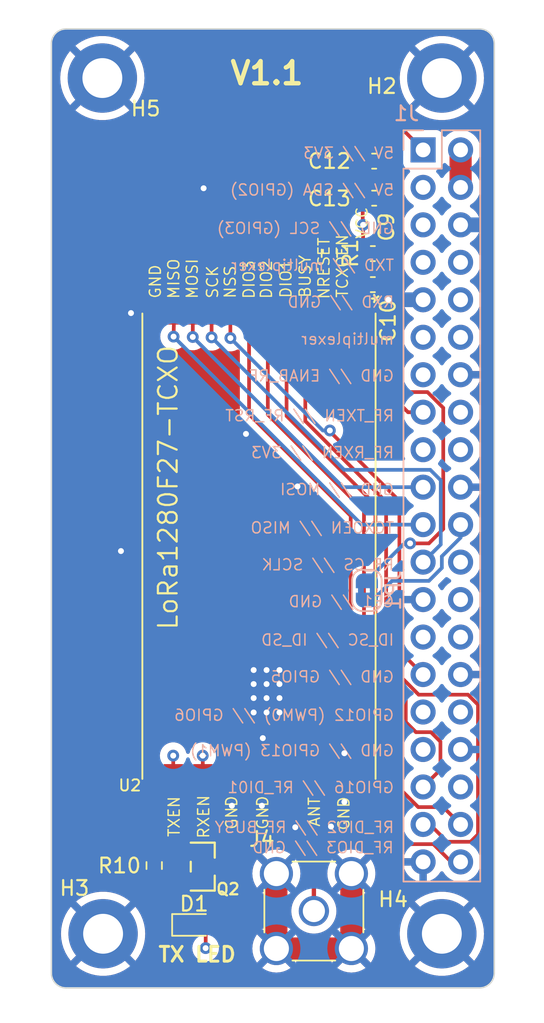
<source format=kicad_pcb>
(kicad_pcb (version 20221018) (generator pcbnew)
  (title_block (title "Raspberry Pi SX1280 Adapter") (date "2024-03-26") (rev "1.0") (company "K6TJ") (comment 1 "Pete Mahowald"))
  (layers (0 "F.Cu" signal) (1 "In1.Cu" signal) (2 "In2.Cu" signal) (31 "B.Cu" signal) (34 "B.Paste" user) (35 "F.Paste" user) (36 "B.SilkS" user "B.Silkscreen") (37 "F.SilkS" user "F.Silkscreen") (38 "B.Mask" user) (39 "F.Mask" user) (44 "Edge.Cuts" user))
  (net 0 "")
  (net 1 "GND")
  (net 2 "5V")
  (net 3 "+3V3")
  (net 7 "TX")
  (net 8 "RX")
  (net 11 "ENAB_RF")
  (net 12 "RF_RST")
  (net 13 "RF_TX_EN")
  (net 15 "RF_RX_EN")
  (net 16 "MOSI")
  (net 17 "MISO")
  (net 18 "TCXO_EN")
  (net 19 "SCLK")
  (net 20 "RF_CS")
  (net 28 "RF_IO1")
  (net 30 "RF_BUSY")
  (net 31 "RF_IO2")
  (net 32 "RF_IO3")
  (net 33 "Net-(J4-In)")
  (net 34 "Net-(D1-K)")
  (net 35 "Net-(Q2-D)")
  (net 36 "Net-(J1-Pin_22)")
  (footprint "mainboard:SOT-23" (layer "F.Cu") (at 135.301 104.95 -90)
    (fp_text reference "Q2" (at 1.975 -2.5865) (layer "F.SilkS") (effects (font (size 0.77216 0.77216) (thickness 0.154432)) (justify right bottom)))
    (fp_text value "IRLML2803" hide)
    (fp_line (start -1.6256 -0.8128) (end -1.6256 0.8128) (stroke (width 0.1524)) (layer "F.SilkS"))
    (fp_line (start -0.6096 -0.8128) (end -1.6256 -0.8128) (stroke (width 0.1524)) (layer "F.SilkS"))
    (fp_line (start -0.3302 0.8128) (end 0.3302 0.8128) (stroke (width 0.1524)) (layer "F.SilkS"))
    (fp_line (start 1.6256 -0.8128) (end 0.6096 -0.8128) (stroke (width 0.1524)) (layer "F.SilkS"))
    (fp_line (start 1.6256 0.8128) (end 1.6256 -0.8128) (stroke (width 0.1524)) (layer "F.SilkS"))
    (pad "1" smd rect (at -0.9525 1.0033 270) (size 0.5588 1.3208) (layers "F.Cu" "F.Paste" "F.Mask") (net 13 "RF_TX_EN"))
    (pad "2" smd rect (at 0.9525 1.0033 270) (size 0.5588 1.3208) (layers "F.Cu" "F.Paste" "F.Mask") (net 1 "GND"))
    (pad "3" smd rect (at 0 -0.8763 270) (size 0.5588 1.3208) (layers "F.Cu" "F.Paste" "F.Mask") (net 35 "Net-(Q2-D)"))
  )
  (footprint "MountingHole:MountingHole_2.7mm_M2.5_DIN965_Pad" (layer "F.Cu") (at 128.5 51.5)
    (fp_text reference "H5" (at 2.934 2.076) (layer "F.SilkS"))
    (fp_text value "MountingHole_Pad")
    (pad "1" thru_hole circle (at 0 0) (size 4.7 4.7) (drill 2.7) (layers "*.Cu" "*.Mask") (net 1 "GND"))
  )
  (footprint "Capacitor_SMD:C_0603_1608Metric" (layer "F.Cu") (at 146.915 59.642)
    (fp_text reference "C13" (at -3.035 0.03) (layer "F.SilkS"))
    (fp_text value "0.1uF")
    (fp_line (start -0.14058 -0.51) (end 0.14058 -0.51) (stroke (width 0.12)) (layer "F.SilkS"))
    (fp_line (start -0.14058 0.51) (end 0.14058 0.51) (stroke (width 0.12)) (layer "F.SilkS"))
    (pad "1" smd roundrect (at -0.775 0) (size 0.9 0.95) (layers "F.Cu" "F.Paste" "F.Mask") (net 2 "5V"))
    (pad "2" smd roundrect (at 0.775 0) (size 0.9 0.95) (layers "F.Cu" "F.Paste" "F.Mask") (net 1 "GND"))
  )
  (footprint "MountingHole:MountingHole_2.7mm_M2.5_DIN965_Pad" (layer "F.Cu") (at 151.5 51.5)
    (fp_text reference "H2" (at -4.064 0.552) (layer "F.SilkS"))
    (fp_text value "MountingHole_Pad")
    (pad "1" thru_hole circle (at 0 0) (size 4.7 4.7) (drill 2.7) (layers "*.Cu" "*.Mask") (net 1 "GND"))
  )
  (footprint "LED_SMD:LED_0603_1608Metric" (layer "F.Cu") (at 134.7125 108.9)
    (fp_text reference "D1" (at 0 -1.43) (layer "F.SilkS"))
    (fp_text value "LTST-C191KGKT")
    (fp_line (start -1.485 -0.735) (end -1.485 0.735) (stroke (width 0.12)) (layer "F.SilkS"))
    (fp_line (start -1.485 0.735) (end 0.8 0.735) (stroke (width 0.12)) (layer "F.SilkS"))
    (fp_line (start 0.8 -0.735) (end -1.485 -0.735) (stroke (width 0.12)) (layer "F.SilkS"))
    (pad "1" smd roundrect (at -0.7875 0) (size 0.875 0.95) (layers "F.Cu" "F.Paste" "F.Mask") (net 34 "Net-(D1-K)"))
    (pad "2" smd roundrect (at 0.7875 0) (size 0.875 0.95) (layers "F.Cu" "F.Paste" "F.Mask") (net 2 "5V"))
  )
  (footprint "Capacitor_SMD:C_0603_1608Metric" (layer "F.Cu") (at 146.825 65.5)
    (fp_text reference "C10" (at 1.025 2.45 90) (layer "F.SilkS"))
    (fp_text value "0.1uF")
    (fp_line (start -0.14058 -0.51) (end 0.14058 -0.51) (stroke (width 0.12)) (layer "F.SilkS"))
    (fp_line (start -0.14058 0.51) (end 0.14058 0.51) (stroke (width 0.12)) (layer "F.SilkS"))
    (pad "1" smd roundrect (at -0.775 0) (size 0.9 0.95) (layers "F.Cu" "F.Paste" "F.Mask") (net 2 "5V"))
    (pad "2" smd roundrect (at 0.775 0) (size 0.9 0.95) (layers "F.Cu" "F.Paste" "F.Mask") (net 1 "GND"))
  )
  (footprint "rpi_interface:LORA128XF27" (layer "F.Cu") (at 131.81 99 90)
    (fp_text reference "U2" (at 0 -0.6) (layer "F.SilkS") (effects (font (size 0.762 0.762) (thickness 0.127)) (justify right top)))
    (fp_text value "LoRa1280F27-TCXO" (at 10 0.4 90) (layer "F.SilkS") (effects (font (size 1.27 1.27)) (justify left top)))
    (fp_text user "*" (at 32.075 16.09 90 unlocked) (layer "F.SilkS") (effects (justify left bottom)))
    (fp_line (start 31.54 -0.6) (end 0 -0.6) (stroke (width 0.127)) (layer "F.SilkS"))
    (fp_line (start 31.54 15.2) (end 0 15.2) (stroke (width 0.127)) (layer "F.SilkS"))
    (pad "1" smd rect (at 31.54 14.25 270) (size 1.5 0.975) (layers "F.Cu" "F.Paste" "F.Mask") (net 2 "5V"))
    (pad "2" smd rect (at 31.54 12.98 270) (size 1.5 0.975) (layers "F.Cu" "F.Paste" "F.Mask") (net 18 "TCXO_EN"))
    (pad "3" smd rect (at 31.54 11.71 270) (size 1.5 0.975) (layers "F.Cu" "F.Paste" "F.Mask") (net 12 "RF_RST"))
    (pad "4" smd rect (at 31.54 10.44 270) (size 1.5 0.975) (layers "F.Cu" "F.Paste" "F.Mask") (net 30 "RF_BUSY"))
    (pad "5" smd rect (at 31.54 9.17 270) (size 1.5 0.975) (layers "F.Cu" "F.Paste" "F.Mask") (net 28 "RF_IO1"))
    (pad "6" smd rect (at 31.54 7.9 270) (size 1.5 0.975) (layers "F.Cu" "F.Paste" "F.Mask") (net 31 "RF_IO2"))
    (pad "7" smd rect (at 31.54 6.63 270) (size 1.5 0.975) (layers "F.Cu" "F.Paste" "F.Mask") (net 32 "RF_IO3"))
    (pad "8" smd rect (at 31.54 5.36 270) (size 1.5 0.975) (layers "F.Cu" "F.Paste" "F.Mask") (net 20 "RF_CS"))
    (pad "9" smd rect (at 31.54 4.09 270) (size 1.5 0.975) (layers "F.Cu" "F.Paste" "F.Mask") (net 19 "SCLK"))
    (pad "10" smd rect (at 31.54 2.82 270) (size 1.5 0.975) (layers "F.Cu" "F.Paste" "F.Mask") (net 16 "MOSI"))
    (pad "11" smd rect (at 31.54 1.55 270) (size 1.5 0.975) (layers "F.Cu" "F.Paste" "F.Mask") (net 17 "MISO"))
    (pad "12" smd rect (at 31.54 0.28 270) (size 1.5 0.975) (layers "F.Cu" "F.Paste" "F.Mask") (net 1 "GND"))
    (pad "13" smd rect (at 0 1.5 270) (size 2 1.3) (layers "F.Cu" "F.Paste" "F.Mask") (net 13 "RF_TX_EN"))
    (pad "14" smd rect (at 0 3.5 270) (size 2 1.3) (layers "F.Cu" "F.Paste" "F.Mask") (net 15 "RF_RX_EN"))
    (pad "15" smd rect (at 0 5.5 270) (size 2 1.3) (layers "F.Cu" "F.Paste" "F.Mask") (net 1 "GND"))
    (pad "16" smd rect (at 0 7.5 270) (size 2 1.3) (layers "F.Cu" "F.Paste" "F.Mask") (net 1 "GND"))
    (pad "17" smd rect (at 0 11.02 270) (size 2 1.3) (layers "F.Cu" "F.Paste" "F.Mask") (net 33 "Net-(J4-In)"))
    (pad "18" smd rect (at 0 13.02 270) (size 2 1.3) (layers "F.Cu" "F.Paste" "F.Mask") (net 1 "GND"))
    (pad "19" smd rect (at 5.9 7.75 270) (size 7.3 5.1) (layers "F.Cu" "F.Paste" "F.Mask") (net 1 "GND"))
  )
  (footprint "MountingHole:MountingHole_2.7mm_M2.5_DIN965_Pad" (layer "F.Cu") (at 151.5 109.5)
    (fp_text reference "H4" (at -3.302 -2.33) (layer "F.SilkS"))
    (fp_text value "MountingHole_Pad")
    (pad "1" thru_hole circle (at 0 0) (size 4.7 4.7) (drill 2.7) (layers "*.Cu" "*.Mask") (net 1 "GND"))
  )
  (footprint "Resistor_SMD:R_0603_1608Metric" (layer "F.Cu") (at 132.0125 104.875 90)
    (fp_text reference "R10" (at -0.009 -2.3565) (layer "F.SilkS"))
    (fp_text value "330")
    (fp_line (start -0.237258 -0.5225) (end 0.237258 -0.5225) (stroke (width 0.12)) (layer "F.SilkS"))
    (fp_line (start -0.237258 0.5225) (end 0.237258 0.5225) (stroke (width 0.12)) (layer "F.SilkS"))
    (pad "1" smd roundrect (at -0.825 0 90) (size 0.8 0.95) (layers "F.Cu" "F.Paste" "F.Mask") (net 34 "Net-(D1-K)"))
    (pad "2" smd roundrect (at 0.825 0 90) (size 0.8 0.95) (layers "F.Cu" "F.Paste" "F.Mask") (net 35 "Net-(Q2-D)"))
  )
  (footprint "Capacitor_SMD:C_0603_1608Metric" (layer "F.Cu") (at 146.825 63.4)
    (fp_text reference "C9" (at 0.925 -1.8 90) (layer "F.SilkS"))
    (fp_text value "10uF")
    (fp_line (start -0.14058 -0.51) (end 0.14058 -0.51) (stroke (width 0.12)) (layer "F.SilkS"))
    (fp_line (start -0.14058 0.51) (end 0.14058 0.51) (stroke (width 0.12)) (layer "F.SilkS"))
    (pad "1" smd roundrect (at -0.775 0) (size 0.9 0.95) (layers "F.Cu" "F.Paste" "F.Mask") (net 2 "5V"))
    (pad "2" smd roundrect (at 0.775 0) (size 0.9 0.95) (layers "F.Cu" "F.Paste" "F.Mask") (net 1 "GND"))
  )
  (footprint "MountingHole:MountingHole_2.7mm_M2.5_DIN965_Pad" (layer "F.Cu") (at 128.55 109.5)
    (fp_text reference "H3" (at -1.942 -3.092) (layer "F.SilkS"))
    (fp_text value "MountingHole_Pad")
    (pad "1" thru_hole circle (at 0 0) (size 4.7 4.7) (drill 2.7) (layers "*.Cu" "*.Mask") (net 1 "GND"))
  )
  (footprint "Resistor_SMD:R_0603_1608Metric_Pad0.98x0.95mm_HandSolder" (layer "F.Cu") (at 143.88 63.3785 -90)
    (fp_text reference "R1" (at 0 -1.43 90) (layer "F.SilkS"))
    (fp_text value "1K")
    (fp_line (start -0.254724 -0.5225) (end 0.254724 -0.5225) (stroke (width 0.12)) (layer "F.SilkS"))
    (fp_line (start -0.254724 0.5225) (end 0.254724 0.5225) (stroke (width 0.12)) (layer "F.SilkS"))
    (pad "1" smd roundrect (at -0.9125 0 270) (size 0.975 0.95) (layers "F.Cu" "F.Paste" "F.Mask") (net 3 "+3V3"))
    (pad "2" smd roundrect (at 0.9125 0 270) (size 0.975 0.95) (layers "F.Cu" "F.Paste" "F.Mask") (net 18 "TCXO_EN"))
  )
  (footprint "rpi_interface:SMA_901-144" (layer "F.Cu") (at 142.83 107.96)
    (fp_text reference "J4" (at -3.525 -4.875) (layer "F.SilkS"))
    (fp_text value "Amphenol_901-144")
    (fp_line (start -3.355 -1.45) (end -3.355 1.45) (stroke (width 0.12)) (layer "F.SilkS"))
    (fp_line (start -1.45 -3.355) (end 1.45 -3.355) (stroke (width 0.12)) (layer "F.SilkS"))
    (fp_line (start -1.45 3.355) (end 1.45 3.355) (stroke (width 0.12)) (layer "F.SilkS"))
    (fp_line (start 3.355 -1.45) (end 3.355 1.45) (stroke (width 0.12)) (layer "F.SilkS"))
    (pad "1" thru_hole circle (at 0 0) (size 2.05 2.05) (drill 1.5) (layers "*.Cu" "*.Mask") (net 33 "Net-(J4-In)"))
    (pad "2" thru_hole circle (at -2.54 -2.54) (size 2.25 2.25) (drill 1.7) (layers "*.Cu" "*.Mask") (net 1 "GND"))
    (pad "2" thru_hole circle (at -2.54 2.54) (size 2.25 2.25) (drill 1.7) (layers "*.Cu" "*.Mask") (net 1 "GND"))
    (pad "2" thru_hole circle (at 2.54 -2.54) (size 2.25 2.25) (drill 1.7) (layers "*.Cu" "*.Mask") (net 1 "GND"))
    (pad "2" thru_hole circle (at 2.54 2.54) (size 2.25 2.25) (drill 1.7) (layers "*.Cu" "*.Mask") (net 1 "GND"))
  )
  (footprint "Capacitor_SMD:C_0603_1608Metric" (layer "F.Cu") (at 146.915 57.132)
    (fp_text reference "C12" (at -3.035 0) (layer "F.SilkS"))
    (fp_text value "10uF")
    (fp_line (start -0.14058 -0.51) (end 0.14058 -0.51) (stroke (width 0.12)) (layer "F.SilkS"))
    (fp_line (start -0.14058 0.51) (end 0.14058 0.51) (stroke (width 0.12)) (layer "F.SilkS"))
    (pad "1" smd roundrect (at -0.775 0) (size 0.9 0.95) (layers "F.Cu" "F.Paste" "F.Mask") (net 2 "5V"))
    (pad "2" smd roundrect (at 0.775 0) (size 0.9 0.95) (layers "F.Cu" "F.Paste" "F.Mask") (net 1 "GND"))
  )
  (footprint "Jumper:SolderJumper-2_P1.3mm_Bridged2Bar_RoundedPad1.0x1.5mm" (layer "B.Cu") (at 146.42 86.23 90)
    (fp_text reference "JP1" (at 0 1.8 -270) (layer "B.SilkS") (effects (justify mirror)))
    (fp_text value "SolderJumper_2_Bridged")
    (fp_poly (pts (xy -0.25 -0.2) (xy 0.25 -0.2) (xy 0.25 -0.6) (xy -0.25 -0.6)) (fill solid) (layer "B.Cu"))
    (fp_poly (pts (xy -0.25 0.6) (xy 0.25 0.6) (xy 0.25 0.2) (xy -0.25 0.2)) (fill solid) (layer "B.Cu"))
    (fp_line (start -1.4 -0.3) (end -1.4 0.3) (stroke (width 0.12)) (layer "B.SilkS"))
    (fp_line (start -0.7 1) (end 0.7 1) (stroke (width 0.12)) (layer "B.SilkS"))
    (fp_line (start 0.7 -1) (end -0.7 -1) (stroke (width 0.12)) (layer "B.SilkS"))
    (fp_line (start 1.4 0.3) (end 1.4 -0.3) (stroke (width 0.12)) (layer "B.SilkS"))
    (fp_arc (start -1.4 -0.3) (mid -1.194975 -0.794975) (end -0.7 -1) (stroke (width 0.12)) (layer "B.SilkS"))
    (fp_arc (start -0.7 1) (mid -1.194975 0.794975) (end -1.4 0.3) (stroke (width 0.12)) (layer "B.SilkS"))
    (fp_arc (start 0.7 -1) (mid 1.194975 -0.794975) (end 1.4 -0.3) (stroke (width 0.12)) (layer "B.SilkS"))
    (fp_arc (start 1.4 0.3) (mid 1.194975 0.794975) (end 0.7 1) (stroke (width 0.12)) (layer "B.SilkS"))
    (pad "1" smd custom (at -0.65 0 90) (size 1 0.5) (layers "B.Cu" "B.Mask") (net 36 "Net-(J1-Pin_22)") (options (clearance outline) (anchor rect)) (primitives (gr_circle (center 0 -0.25) (end 0.5 -0.25) (width 0) (fill yes)) (gr_circle (center 0 0.25) (end 0.5 0.25) (width 0) (fill yes)) (gr_poly (pts (xy 0.5 -0.75) (xy 0 -0.75) (xy 0 0.75) (xy 0.5 0.75)) (width 0) (fill yes))))
    (pad "2" smd custom (at 0.65 0 90) (size 1 0.5) (layers "B.Cu" "B.Mask") (net 18 "TCXO_EN") (options (clearance outline) (anchor rect)) (primitives (gr_circle (center 0 -0.25) (end 0.5 -0.25) (width 0) (fill yes)) (gr_circle (center 0 0.25) (end 0.5 0.25) (width 0) (fill yes)) (gr_poly (pts (xy 0 -0.75) (xy -0.5 -0.75) (xy -0.5 0.75) (xy 0 0.75)) (width 0) (fill yes))))
  )
  (footprint "rpi_interface:PRT-21570" (layer "B.Cu") (at 150.23 56.37 180)
    (fp_text reference "J1" (at 1.13 2.47) (layer "B.SilkS") (effects (justify mirror)))
    (fp_text value "PRT-21570")
    (fp_line (start -3.87 -49.59) (end 1.33 -49.59) (stroke (width 0.12)) (layer "B.SilkS"))
    (fp_line (start -3.87 1.33) (end -3.87 -49.59) (stroke (width 0.12)) (layer "B.SilkS"))
    (fp_line (start -3.87 1.33) (end -1.27 1.33) (stroke (width 0.12)) (layer "B.SilkS"))
    (fp_line (start -1.27 -1.27) (end 1.33 -1.27) (stroke (width 0.12)) (layer "B.SilkS"))
    (fp_line (start -1.27 1.33) (end -1.27 -1.27) (stroke (width 0.12)) (layer "B.SilkS"))
    (fp_line (start 0 1.33) (end 1.33 1.33) (stroke (width 0.12)) (layer "B.SilkS"))
    (fp_line (start 1.33 -1.27) (end 1.33 -49.59) (stroke (width 0.12)) (layer "B.SilkS"))
    (fp_line (start 1.33 1.33) (end 1.33 0) (stroke (width 0.12)) (layer "B.SilkS"))
    (pad "1" thru_hole rect (at 0 0 180) (size 1.7 1.7) (drill 1) (layers "*.Cu" "*.Mask") (net 3 "+3V3"))
    (pad "2" thru_hole oval (at -2.54 0 180) (size 1.7 1.7) (drill 1) (layers "*.Cu" "*.Mask") (net 2 "5V"))
    (pad "3" thru_hole oval (at 0 -2.54 180) (size 1.7 1.7) (drill 1) (layers "*.Cu" "*.Mask"))
    (pad "4" thru_hole oval (at -2.54 -2.54 180) (size 1.7 1.7) (drill 1) (layers "*.Cu" "*.Mask") (net 2 "5V"))
    (pad "5" thru_hole oval (at 0 -5.08 180) (size 1.7 1.7) (drill 1) (layers "*.Cu" "*.Mask"))
    (pad "6" thru_hole oval (at -2.54 -5.08 180) (size 1.7 1.7) (drill 1) (layers "*.Cu" "*.Mask") (net 1 "GND"))
    (pad "7" thru_hole oval (at 0 -7.62 180) (size 1.7 1.7) (drill 1) (layers "*.Cu" "*.Mask"))
    (pad "8" thru_hole oval (at -2.54 -7.62 180) (size 1.7 1.7) (drill 1) (layers "*.Cu" "*.Mask") (net 7 "TX"))
    (pad "9" thru_hole oval (at 0 -10.16 180) (size 1.7 1.7) (drill 1) (layers "*.Cu" "*.Mask") (net 1 "GND"))
    (pad "10" thru_hole oval (at -2.54 -10.16 180) (size 1.7 1.7) (drill 1) (layers "*.Cu" "*.Mask") (net 8 "RX"))
    (pad "11" thru_hole oval (at 0 -12.7 180) (size 1.7 1.7) (drill 1) (layers "*.Cu" "*.Mask"))
    (pad "12" thru_hole oval (at -2.54 -12.7 180) (size 1.7 1.7) (drill 1) (layers "*.Cu" "*.Mask"))
    (pad "13" thru_hole oval (at 0 -15.24 180) (size 1.7 1.7) (drill 1) (layers "*.Cu" "*.Mask") (net 11 "ENAB_RF"))
    (pad "14" thru_hole oval (at -2.54 -15.24 180) (size 1.7 1.7) (drill 1) (layers "*.Cu" "*.Mask") (net 1 "GND"))
    (pad "15" thru_hole oval (at 0 -17.78 180) (size 1.7 1.7) (drill 1) (layers "*.Cu" "*.Mask") (net 12 "RF_RST"))
    (pad "16" thru_hole oval (at -2.54 -17.78 180) (size 1.7 1.7) (drill 1) (layers "*.Cu" "*.Mask") (net 13 "RF_TX_EN"))
    (pad "17" thru_hole oval (at 0 -20.32 180) (size 1.7 1.7) (drill 1) (layers "*.Cu" "*.Mask"))
    (pad "18" thru_hole oval (at -2.54 -20.32 180) (size 1.7 1.7) (drill 1) (layers "*.Cu" "*.Mask") (net 15 "RF_RX_EN"))
    (pad "19" thru_hole oval (at 0 -22.86 180) (size 1.7 1.7) (drill 1) (layers "*.Cu" "*.Mask") (net 16 "MOSI"))
    (pad "20" thru_hole oval (at -2.54 -22.86 180) (size 1.7 1.7) (drill 1) (layers "*.Cu" "*.Mask") (net 1 "GND"))
    (pad "21" thru_hole oval (at 0 -25.4 180) (size 1.7 1.7) (drill 1) (layers "*.Cu" "*.Mask") (net 17 "MISO"))
    (pad "22" thru_hole oval (at -2.54 -25.4 180) (size 1.7 1.7) (drill 1) (layers "*.Cu" "*.Mask") (net 36 "Net-(J1-Pin_22)"))
    (pad "23" thru_hole oval (at 0 -27.94 180) (size 1.7 1.7) (drill 1) (layers "*.Cu" "*.Mask") (net 19 "SCLK"))
    (pad "24" thru_hole oval (at -2.54 -27.94 180) (size 1.7 1.7) (drill 1) (layers "*.Cu" "*.Mask"))
    (pad "25" thru_hole oval (at 0 -30.48 180) (size 1.7 1.7) (drill 1) (layers "*.Cu" "*.Mask") (net 1 "GND"))
    (pad "26" thru_hole oval (at -2.54 -30.48 180) (size 1.7 1.7) (drill 1) (layers "*.Cu" "*.Mask"))
    (pad "27" thru_hole oval (at 0 -33.02 180) (size 1.7 1.7) (drill 1) (layers "*.Cu" "*.Mask"))
    (pad "28" thru_hole oval (at -2.54 -33.02 180) (size 1.7 1.7) (drill 1) (layers "*.Cu" "*.Mask"))
    (pad "29" thru_hole oval (at 0 -35.56 180) (size 1.7 1.7) (drill 1) (layers "*.Cu" "*.Mask") (net 20 "RF_CS"))
    (pad "30" thru_hole oval (at -2.54 -35.56 180) (size 1.7 1.7) (drill 1) (layers "*.Cu" "*.Mask") (net 1 "GND"))
    (pad "31" thru_hole oval (at 0 -38.1 180) (size 1.7 1.7) (drill 1) (layers "*.Cu" "*.Mask"))
    (pad "32" thru_hole oval (at -2.54 -38.1 180) (size 1.7 1.7) (drill 1) (layers "*.Cu" "*.Mask"))
    (pad "33" thru_hole oval (at 0 -40.64 180) (size 1.7 1.7) (drill 1) (layers "*.Cu" "*.Mask"))
    (pad "34" thru_hole oval (at -2.54 -40.64 180) (size 1.7 1.7) (drill 1) (layers "*.Cu" "*.Mask") (net 1 "GND"))
    (pad "35" thru_hole oval (at 0 -43.18 180) (size 1.7 1.7) (drill 1) (layers "*.Cu" "*.Mask") (net 28 "RF_IO1"))
    (pad "36" thru_hole oval (at -2.54 -43.18 180) (size 1.7 1.7) (drill 1) (layers "*.Cu" "*.Mask"))
    (pad "37" thru_hole oval (at 0 -45.72 180) (size 1.7 1.7) (drill 1) (layers "*.Cu" "*.Mask") (net 30 "RF_BUSY"))
    (pad "38" thru_hole oval (at -2.54 -45.72 180) (size 1.7 1.7) (drill 1) (layers "*.Cu" "*.Mask") (net 31 "RF_IO2"))
    (pad "39" thru_hole oval (at 0 -48.26 180) (size 1.7 1.7) (drill 1) (layers "*.Cu" "*.Mask") (net 1 "GND"))
    (pad "40" thru_hole oval (at -2.54 -48.26 180) (size 1.7 1.7) (drill 1) (layers "*.Cu" "*.Mask") (net 32 "RF_IO3"))
  )
  (gr_arc (start 125.05 49.17) (mid 125.342893 48.462893) (end 126.05 48.17) (stroke (width 0.1)) (layer "Edge.Cuts"))
  (gr_arc (start 154.05 48.17) (mid 154.757107 48.462893) (end 155.05 49.17) (stroke (width 0.1)) (layer "Edge.Cuts"))
  (gr_line (start 125.05 49.17) (end 125.05 112.17) (stroke (width 0.1)) (layer "Edge.Cuts"))
  (gr_line (start 154.05 48.17) (end 126.05 48.17) (stroke (width 0.1)) (layer "Edge.Cuts"))
  (gr_line (start 155.05 112.17) (end 155.05 49.17) (stroke (width 0.1)) (layer "Edge.Cuts"))
  (gr_line (start 126.05 113.17) (end 154.05 113.17) (stroke (width 0.1)) (layer "Edge.Cuts"))
  (gr_arc (start 155.05 112.17) (mid 154.757107 112.877107) (end 154.05 113.17) (stroke (width 0.1)) (layer "Edge.Cuts"))
  (gr_arc (start 126.05 113.17) (mid 125.342893 112.877107) (end 125.05 112.17) (stroke (width 0.1)) (layer "Edge.Cuts"))
  (gr_text "ID_SC // ID_SD" (at 148.325 90.025) (layer "B.SilkS") (effects (font (size 0.75 0.75) (thickness 0.1)) (justify left bottom mirror)))
  (gr_text "TCXOEN // MISO" (at 148.325 82.425) (layer "B.SilkS") (effects (font (size 0.75 0.75) (thickness 0.1)) (justify left bottom mirror)))
  (gr_text "CE1 // GND" (at 148.325 87.425) (layer "B.SilkS") (effects (font (size 0.75 0.75) (thickness 0.1)) (justify left bottom mirror)))
  (gr_text "GND // SCL (GPIO3)" (at 148.325 62.125) (layer "B.SilkS") (effects (font (size 0.75 0.75) (thickness 0.1)) (justify left bottom mirror)))
  (gr_text "GND // MOSI" (at 148.325 79.825) (layer "B.SilkS") (effects (font (size 0.75 0.75) (thickness 0.1)) (justify left bottom mirror)))
  (gr_text "GPIO12 (PWM0) // GPIO6" (at 148.325 95.125) (layer "B.SilkS") (effects (font (size 0.75 0.75) (thickness 0.1)) (justify left bottom mirror)))
  (gr_text "RF_DIO2 // RF_BUSY" (at 148.325 102.725) (layer "B.SilkS") (effects (font (size 0.75 0.75) (thickness 0.1)) (justify left bottom mirror)))
  (gr_text "5V // 3V3" (at 148.325 57.025) (layer "B.SilkS") (effects (font (size 0.75 0.75) (thickness 0.1)) (justify left bottom mirror)))
  (gr_text "GND // GPIO5" (at 148.325 92.525) (layer "B.SilkS") (effects (font (size 0.75 0.75) (thickness 0.1)) (justify left bottom mirror)))
  (gr_text "GPIO16 // RF_DI01" (at 148.325 100.025) (layer "B.SilkS") (effects (font (size 0.75 0.75) (thickness 0.1)) (justify left bottom mirror)))
  (gr_text "RF_CS // SCLK" (at 148.325 84.925) (layer "B.SilkS") (effects (font (size 0.75 0.75) (thickness 0.1)) (justify left bottom mirror)))
  (gr_text "RF_RXEN // 3V3" (at 148.325 77.325) (layer "B.SilkS") (effects (font (size 0.75 0.75) (thickness 0.1)) (justify left bottom mirror)))
  (gr_text "TXD // multiplexer" (at 148.325 64.625) (layer "B.SilkS") (effects (font (size 0.75 0.75) (thickness 0.1)) (justify left bottom mirror)))
  (gr_text "5V // SDA (GPIO2)" (at 148.325 59.525) (layer "B.SilkS") (effects (font (size 0.75 0.75) (thickness 0.1)) (justify left bottom mirror)))
  (gr_text "RXD // GND" (at 148.325 67.125) (layer "B.SilkS") (effects (font (size 0.75 0.75) (thickness 0.1)) (justify left bottom mirror)))
  (gr_text "GND // GPIO13 (PWM1)" (at 148.325 97.525) (layer "B.SilkS") (effects (font (size 0.75 0.75) (thickness 0.1)) (justify left bottom mirror)))
  (gr_text "GND // ENAB_RF" (at 148.325 72.125) (layer "B.SilkS") (effects (font (size 0.75 0.75) (thickness 0.1)) (justify left bottom mirror)))
  (gr_text "RF_DIO3 // GND" (at 148.3 104.1) (layer "B.SilkS") (effects (font (size 0.75 0.75) (thickness 0.1)) (justify left bottom mirror)))
  (gr_text "RF_TXEN // RF_RST" (at 148.325 74.825) (layer "B.SilkS") (effects (font (size 0.75 0.75) (thickness 0.1)) (justify left bottom mirror)))
  (gr_text "multiplexer" (at 148.325 69.625) (layer "B.SilkS") (effects (font (size 0.75 0.75) (thickness 0.1)) (justify left bottom mirror)))
  (gr_text "DIO2" (at 140.05 66.525 90) (layer "F.SilkS") (effects (font (size 0.75 0.75) (thickness 0.1)) (justify left bottom)))
  (gr_text "DIO1" (at 141.375 66.475 90) (layer "F.SilkS") (effects (font (size 0.75 0.75) (thickness 0.1)) (justify left bottom)))
  (gr_text "BUSY" (at 142.675 66.45 90) (layer "F.SilkS") (effects (font (size 0.75 0.75) (thickness 0.1)) (justify left bottom)))
  (gr_text "SCK" (at 136.4 66.5 90) (layer "F.SilkS") (effects (font (size 0.75 0.75) (thickness 0.1)) (justify left bottom)))
  (gr_text "TCXOEN" (at 145.2 66.45 90) (layer "F.SilkS") (effects (font (size 0.75 0.75) (thickness 0.1)) (justify left bottom)))
  (gr_text "GND" (at 139.8 102.5 90) (layer "F.SilkS") (effects (font (size 0.75 0.75) (thickness 0.1)) (justify left bottom)))
  (gr_text "MOSI" (at 135.025 66.525 90) (layer "F.SilkS") (effects (font (size 0.75 0.75) (thickness 0.1)) (justify left bottom)))
  (gr_text "NSS" (at 137.6 66.5 90) (layer "F.SilkS") (effects (font (size 0.75 0.75) (thickness 0.1)) (justify left bottom)))
  (gr_text "MISO" (at 133.775 66.525 90) (layer "F.SilkS") (effects (font (size 0.75 0.75) (thickness 0.1)) (justify left bottom)))
  (gr_text "RXEN" (at 135.8 103.1 90) (layer "F.SilkS") (effects (font (size 0.75 0.75) (thickness 0.1)) (justify left bottom)))
  (gr_text "GND" (at 132.525 66.5 90) (layer "F.SilkS") (effects (font (size 0.75 0.75) (thickness 0.1)) (justify left bottom)))
  (gr_text "DIO3" (at 138.875 66.525 90) (layer "F.SilkS") (effects (font (size 0.75 0.75) (thickness 0.1)) (justify left bottom)))
  (gr_text "NRESET" (at 143.95 66.55 90) (layer "F.SilkS") (effects (font (size 0.75 0.75) (thickness 0.1)) (justify left bottom)))
  (gr_text "GND" (at 145.3 102.555 90) (layer "F.SilkS") (effects (font (size 0.75 0.75) (thickness 0.1)) (justify left bottom)))
  (gr_text "TX LED" (at 132.196 111.488) (layer "F.SilkS") (effects (font (size 1 1) (thickness 0.2) bold) (justify left bottom)))
  (gr_text "ANT" (at 143.3 102.3 90) (layer "F.SilkS") (effects (font (size 0.75 0.75) (thickness 0.1)) (justify left bottom)))
  (gr_text "V1.1" (at 137.022 52.052) (layer "F.SilkS") (effects (font (size 1.5 1.5) (thickness 0.3) bold) (justify left bottom)))
  (gr_text "TXEN" (at 133.8 103 90) (layer "F.SilkS") (effects (font (size 0.75 0.75) (thickness 0.1)) (justify left bottom)))
  (gr_text "VCC" (at 146.525 62.45 90) (layer "F.SilkS") (effects (font (size 0.75 0.75) (thickness 0.1)) (justify left bottom)))
  (gr_text "GND" (at 137.7 102.5 90) (layer "F.SilkS") (effects (font (size 0.75 0.75) (thickness 0.1)) (justify left bottom)))
  (segment (start 147.6 65.5) (end 147.6 66.25) (width 0.5) (layer "F.Cu") (net 1))
  (segment (start 147.6 66.25) (end 147.875 66.525) (width 0.5) (layer "F.Cu") (net 1))
  (segment (start 141.43 93.1) (end 139.56 93.1) (width 1.5) (layer "F.Cu") (net 1))
  (segment (start 147.6 65.5) (end 147.6 63.4) (width 0.5) (layer "F.Cu") (net 1))
  (segment (start 140.52 95.35) (end 138.27 93.1) (width 1) (layer "F.Cu") (net 1))
  (segment (start 145.37 110.5) (end 140.29 110.5) (width 1.5) (layer "F.Cu") (net 1))
  (segment (start 145.37 105.42) (end 145.37 110.5) (width 1.5) (layer "F.Cu") (net 1))
  (segment (start 140.29 105.42) (end 140.29 110.5) (width 1.5) (layer "F.Cu") (net 1))
  (segment (start 139.31 94.815) (end 139.625 94.5) (width 1.5) (layer "F.Cu") (net 1))
  (via (at 130.44 67.43) (size 0.8) (drill 0.4) (layers "F.Cu" "B.Cu") (net 1))
  (via (at 140.5 92.575) (size 0.8) (drill 0.4) (layers "F.Cu" "B.Cu") (net 1))
  (via (at 140.5 91.625) (size 0.8) (drill 0.4) (layers "F.Cu" "B.Cu") (net 1))
  (via (at 139.625 91.625) (size 0.8) (drill 0.4) (layers "F.Cu" "B.Cu") (net 1))
  (via (at 138.23 75.62) (size 0.8) (drill 0.4) (layers "F.Cu" "B.Cu") (net 1))
  (via (at 144.896 97.264) (size 0.8) (drill 0.4) (layers "F.Cu" "B.Cu") (net 1))
  (via (at 139.625 93.525) (size 0.8) (drill 0.4) (layers "F.Cu" "B.Cu") (net 1))
  (via (at 141.72 79.18) (size 0.8) (drill 0.4) (layers "F.Cu" "B.Cu") (net 1))
  (via (at 144.896 100.566) (size 0.8) (drill 0.4) (layers "F.Cu" "B.Cu") (net 1))
  (via (at 147.875 66.525) (size 0.8) (drill 0.4) (layers "F.Cu" "B.Cu") (net 1))
  (via (at 143.99 102.23) (size 0.8) (drill 0.4) (layers "F.Cu" "B.Cu") (net 1))
  (via (at 135.36 58.97) (size 0.8) (drill 0.4) (layers "F.Cu" "B.Cu") (net 1))
  (via (at 139.625 92.575) (size 0.8) (drill 0.4) (layers "F.Cu" "B.Cu") (net 1))
  (via (at 140.5 93.525) (size 0.8) (drill 0.4) (layers "F.Cu" "B.Cu") (net 1))
  (via (at 138.75 91.625) (size 0.8) (drill 0.4) (layers "F.Cu" "B.Cu") (net 1))
  (via (at 139.308 100.82) (size 0.8) (drill 0.4) (layers "F.Cu" "B.Cu") (net 1))
  (via (at 139.37 96.24) (size 0.8) (drill 0.4) (layers "F.Cu" "B.Cu") (net 1))
  (via (at 141.57 102.28) (size 0.8) (drill 0.4) (layers "F.Cu" "B.Cu") (net 1))
  (via (at 138.75 93.525) (size 0.8) (drill 0.4) (layers "F.Cu" "B.Cu") (net 1))
  (via (at 138.75 92.575) (size 0.8) (drill 0.4) (layers "F.Cu" "B.Cu") (net 1))
  (via (at 129.76 83.56) (size 0.8) (drill 0.4) (layers "F.Cu" "B.Cu") (net 1))
  (via (at 138.75 94.5) (size 0.8) (drill 0.4) (layers "F.Cu" "B.Cu") (net 1))
  (via (at 140.5 94.5) (size 0.8) (drill 0.4) (layers "F.Cu" "B.Cu") (net 1))
  (via (at 139.625 94.5) (size 0.8) (drill 0.4) (layers "F.Cu" "B.Cu") (net 1))
  (via (at 137.276 100.82) (size 0.8) (drill 0.4) (layers "F.Cu" "B.Cu") (net 1))
  (segment (start 147.875 66.525) (end 147.87 66.53) (width 1) (layer "B.Cu") (net 1))
  (segment (start 152.77 61.45) (end 154.5 61.45) (width 1) (layer "B.Cu") (net 1))
  (segment (start 150.23 66.53) (end 147.875 66.525) (width 1) (layer "B.Cu") (net 1))
  (segment (start 146.166 61.45) (end 146.166 63.284) (width 0.25) (layer "F.Cu") (net 2))
  (segment (start 146.06 67.46) (end 146.075 67.445) (width 0.5) (layer "F.Cu") (net 2))
  (segment (start 146.14 59.642) (end 146.14 61.424) (width 0.25) (layer "F.Cu") (net 2))
  (segment (start 146.075 63.425) (end 146.05 63.4) (width 0.5) (layer "F.Cu") (net 2))
  (segment (start 135.5 110.47) (end 135.498 110.472) (width 0.25) (layer "F.Cu") (net 2))
  (segment (start 146.075 67.445) (end 146.075 63.425) (width 0.5) (layer "F.Cu") (net 2))
  (segment (start 135.5 108.9) (end 135.5 110.47) (width 0.25) (layer "F.Cu") (net 2))
  (segment (start 146.14 57.132) (end 146.14 59.642) (width 0.25) (layer "F.Cu") (net 2))
  (segment (start 146.166 63.284) (end 146.05 63.4) (width 0.25) (layer "F.Cu") (net 2))
  (segment (start 152.77 56.37) (end 152.77 58.91) (width 1.5) (layer "F.Cu") (net 2))
  (segment (start 146.14 61.424) (end 146.166 61.45) (width 0.25) (layer "F.Cu") (net 2))
  (via (at 135.498 110.472) (size 0.8) (drill 0.4) (layers "F.Cu" "B.Cu") (net 2))
  (via (at 146.166 61.45) (size 0.8) (drill 0.4) (layers "F.Cu" "B.Cu") (net 2))
  (segment (start 143.88 56.413) (end 143.9015 56.3915) (width 0.25) (layer "F.Cu") (net 3))
  (segment (start 143.88 62.466) (end 143.88 56.413) (width 0.25) (layer "F.Cu") (net 3))
  (segment (start 145.193 55.1) (end 143.9015 56.3915) (width 0.25) (layer "F.Cu") (net 3))
  (segment (start 148.96 55.1) (end 145.193 55.1) (width 0.25) (layer "F.Cu") (net 3))
  (segment (start 150.23 56.37) (end 148.96 55.1) (width 0.25) (layer "F.Cu") (net 3))
  (segment (start 143.52 67.46) (end 143.52 68.46) (width 0.25) (layer "F.Cu") (net 12))
  (segment (start 149.21 74.15) (end 150.23 74.15) (width 0.25) (layer "F.Cu") (net 12))
  (segment (start 143.52 68.46) (end 149.21 74.15) (width 0.25) (layer "F.Cu") (net 12))
  (segment (start 134.2977 103.9975) (end 134.2977 103.9227) (width 0.25) (layer "F.Cu") (net 13))
  (segment (start 133.31 99) (end 133.3 97.425) (width 0.25) (layer "F.Cu") (net 13))
  (segment (start 133.31 102.935) (end 133.31 99) (width 0.25) (layer "F.Cu") (net 13))
  (segment (start 134.2977 103.9227) (end 133.31 102.935) (width 0.25) (layer "F.Cu") (net 13))
  (via (at 133.3 97.425) (size 0.8) (drill 0.4) (layers "F.Cu" "B.Cu") (net 13))
  (segment (start 135.31 99) (end 135.3 97.425) (width 0.25) (layer "F.Cu") (net 15))
  (via (at 135.3 97.425) (size 0.8) (drill 0.4) (layers "F.Cu" "B.Cu") (net 15))
  (segment (start 134.63 67.46) (end 134.625 69.05) (width 0.25) (layer "F.Cu") (net 16))
  (via (at 134.625 69.05) (size 0.8) (drill 0.4) (layers "F.Cu" "B.Cu") (net 16))
  (segment (start 144.805 79.23) (end 150.23 79.23) (width 0.25) (layer "B.Cu") (net 16))
  (segment (start 134.625 69.05) (end 144.805 79.23) (width 0.25) (layer "B.Cu") (net 16))
  (segment (start 133.36 67.46) (end 133.325 69.025) (width 0.25) (layer "F.Cu") (net 17))
  (via (at 133.325 69.025) (size 0.8) (drill 0.4) (layers "F.Cu" "B.Cu") (net 17))
  (segment (start 146.07 81.77) (end 150.23 81.77) (width 0.25) (layer "B.Cu") (net 17))
  (segment (start 133.325 69.025) (end 146.07 81.77) (width 0.25) (layer "B.Cu") (net 17))
  (segment (start 149.3495 83.04) (end 150.621701 83.04) (width 0.25) (layer "F.Cu") (net 18))
  (segment (start 150.526701 72.785) (end 149.115 72.785) (width 0.25) (layer "F.Cu") (net 18))
  (segment (start 151.595 82.066701) (end 151.595 73.853299) (width 0.25) (layer "F.Cu") (net 18))
  (segment (start 144.79 65.201) (end 143.88 64.291) (width 0.25) (layer "F.Cu") (net 18))
  (segment (start 144.79 67.46) (end 144.79 65.201) (width 0.25) (layer "F.Cu") (net 18))
  (segment (start 144.79 68.46) (end 144.79 67.46) (width 0.25) (layer "F.Cu") (net 18))
  (segment (start 149.115 72.785) (end 144.79 68.46) (width 0.25) (layer "F.Cu") (net 18))
  (segment (start 151.595 73.853299) (end 150.526701 72.785) (width 0.25) (layer "F.Cu") (net 18))
  (segment (start 150.621701 83.04) (end 151.595 82.066701) (width 0.25) (layer "F.Cu") (net 18))
  (via (at 149.3495 83.04) (size 0.8) (drill 0.4) (layers "F.Cu" "B.Cu") (net 18))
  (segment (start 146.42 85.58) (end 148.96 83.04) (width 0.25) (layer "B.Cu") (net 18))
  (segment (start 148.96 83.04) (end 149.3495 83.04) (width 0.25) (layer "B.Cu") (net 18))
  (segment (start 135.9 67.46) (end 135.9 69.075) (width 0.25) (layer "F.Cu") (net 19))
  (via (at 135.9 69.075) (size 0.8) (drill 0.4) (layers "F.Cu" "B.Cu") (net 19))
  (segment (start 135.9 69.075) (end 144.88 78.055) (width 0.25) (layer "B.Cu") (net 19))
  (segment (start 144.88 78.055) (end 150.716701 78.055) (width 0.25) (layer "B.Cu") (net 19))
  (segment (start 151.425 78.763299) (end 151.425 83.115) (width 0.25) (layer "B.Cu") (net 19))
  (segment (start 151.425 83.115) (end 150.23 84.31) (width 0.25) (layer "B.Cu") (net 19))
  (segment (start 150.716701 78.055) (end 151.425 78.763299) (width 0.25) (layer "B.Cu") (net 19))
  (segment (start 150.23 91.93) (end 148.625 90.325) (width 0.25) (layer "F.Cu") (net 20))
  (segment (start 148.625 80.165) (end 143.88 75.42) (width 0.25) (layer "F.Cu") (net 20))
  (segment (start 143.912299 75.387701) (end 143.944598 75.42) (width 0.25) (layer "F.Cu") (net 20))
  (segment (start 137.17 67.46) (end 137.175 69.125) (width 0.25) (layer "F.Cu") (net 20))
  (segment (start 148.625 90.325) (end 148.625 80.165) (width 0.25) (layer "F.Cu") (net 20))
  (via (at 143.912299 75.387701) (size 0.8) (drill 0.4) (layers "F.Cu" "B.Cu") (net 20))
  (via (at 137.175 69.125) (size 0.8) (drill 0.4) (layers "F.Cu" "B.Cu") (net 20))
  (segment (start 143.437701 75.387701) (end 143.912299 75.387701) (width 0.25) (layer "B.Cu") (net 20))
  (segment (start 137.175 69.125) (end 143.437701 75.387701) (width 0.25) (layer "B.Cu") (net 20))
  (segment (start 149.743299 95.835) (end 150.76 95.835) (width 0.25) (layer "F.Cu") (net 28))
  (segment (start 151.405 96.48) (end 151.405 98.375) (width 0.25) (layer "F.Cu") (net 28))
  (segment (start 147 91.4) (end 147 80.425) (width 0.25) (layer "F.Cu") (net 28))
  (segment (start 149.055 93.455) (end 149.055 95.146701) (width 0.25) (layer "F.Cu") (net 28))
  (segment (start 151.405 98.375) (end 150.23 99.55) (width 0.25) (layer "F.Cu") (net 28))
  (segment (start 150.76 95.835) (end 151.405 96.48) (width 0.25) (layer "F.Cu") (net 28))
  (segment (start 149.055 95.146701) (end 149.743299 95.835) (width 0.25) (layer "F.Cu") (net 28))
  (segment (start 149.055 93.455) (end 147 91.4) (width 0.25) (layer "F.Cu") (net 28))
  (segment (start 140.98 74.405) (end 140.98 67.46) (width 0.25) (layer "F.Cu") (net 28))
  (segment (start 147 80.425) (end 140.98 74.405) (width 0.25) (layer "F.Cu") (net 28))
  (segment (start 150.69 102.09) (end 150.23 102.09) (width 0.25) (layer "F.Cu") (net 30))
  (segment (start 147.725 80.225) (end 147.725 91.086701) (width 0.25) (layer "F.Cu") (net 30))
  (segment (start 142.25 67.46) (end 142.25 74.75) (width 0.25) (layer "F.Cu") (net 30))
  (segment (start 153.95 102.761701) (end 153.446701 103.265) (width 0.25) (layer "F.Cu") (net 30))
  (segment (start 149.933299 93.295) (end 153.27 93.295) (width 0.25) (layer "F.Cu") (net 30))
  (segment (start 147.725 91.086701) (end 149.933299 93.295) (width 0.25) (layer "F.Cu") (net 30))
  (segment (start 142.25 74.75) (end 147.725 80.225) (width 0.25) (layer "F.Cu") (net 30))
  (segment (start 151.865 103.265) (end 150.69 102.09) (width 0.25) (layer "F.Cu") (net 30))
  (segment (start 153.27 93.295) (end 153.95 93.975) (width 0.25) (layer "F.Cu") (net 30))
  (segment (start 153.446701 103.265) (end 151.865 103.265) (width 0.25) (layer "F.Cu") (net 30))
  (segment (start 153.95 93.975) (end 153.95 102.761701) (width 0.25) (layer "F.Cu") (net 30))
  (segment (start 148.375 93.411396) (end 146.225 91.261396) (width 0.25) (layer "F.Cu") (net 31))
  (segment (start 152.77 102.09) (end 151.595 100.915) (width 0.25) (layer "F.Cu") (net 31))
  (segment (start 151.595 100.915) (end 149.9 100.915) (width 0.25) (layer "F.Cu") (net 31))
  (segment (start 146.225 80.825) (end 139.71 74.31) (width 0.25) (layer "F.Cu") (net 31))
  (segment (start 139.71 74.31) (end 139.71 67.46) (width 0.25) (layer "F.Cu") (net 31))
  (segment (start 146.225 91.261396) (end 146.225 80.825) (width 0.25) (layer "F.Cu") (net 31))
  (segment (start 148.375 99.39) (end 148.375 93.411396) (width 0.25) (layer "F.Cu") (net 31))
  (segment (start 149.9 100.915) (end 148.375 99.39) (width 0.25) (layer "F.Cu") (net 31))
  (segment (start 150.928604 103.425) (end 152.133604 104.63) (width 0.25) (layer "F.Cu") (net 32))
  (segment (start 145.325 81.175) (end 145.325 91.525) (width 0.25) (layer "F.Cu") (net 32))
  (segment (start 147.4 101.425) (end 149.4 103.425) (width 0.25) (layer "F.Cu") (net 32))
  (segment (start 138.44 74.29) (end 145.325 81.175) (width 0.25) (layer "F.Cu") (net 32))
  (segment (start 147.4 93.6) (end 147.4 101.425) (width 0.25) (layer "F.Cu") (net 32))
  (segment (start 138.44 67.46) (end 138.44 74.29) (width 0.25) (layer "F.Cu") (net 32))
  (segment (start 145.325 91.525) (end 147.4 93.6) (width 0.25) (layer "F.Cu") (net 32))
  (segment (start 152.133604 104.63) (end 152.77 104.63) (width 0.25) (layer "F.Cu") (net 32))
  (segment (start 149.4 103.425) (end 150.928604 103.425) (width 0.25) (layer "F.Cu") (net 32))
  (segment (start 142.83 99) (end 142.83 107.96) (width 0.29337) (layer "F.Cu") (net 33))
  (segment (start 132.0125 105.7) (end 132.0125 106.9875) (width 0.25) (layer "F.Cu") (net 34))
  (segment (start 132.0125 106.9875) (end 133.925 108.9) (width 0.25) (layer "F.Cu") (net 34))
  (segment (start 132.9125 104.95) (end 136.1773 104.95) (width 0.25) (layer "F.Cu") (net 35))
  (segment (start 132.0125 104.05) (end 132.9125 104.95) (width 0.25) (layer "F.Cu") (net 35))
  (segment (start 152.77 82.648299) (end 151.5 83.918299) (width 0.25) (layer "B.Cu") (net 36))
  (segment (start 151.5 83.918299) (end 151.5 84.701701) (width 0.25) (layer "B.Cu") (net 36))
  (segment (start 148.12962 85.58) (end 146.82962 86.88) (width 0.25) (layer "B.Cu") (net 36))
  (segment (start 152.77 81.77) (end 152.77 82.648299) (width 0.25) (layer "B.Cu") (net 36))
  (segment (start 150.621701 85.58) (end 148.12962 85.58) (width 0.25) (layer "B.Cu") (net 36))
  (segment (start 146.82962 86.88) (end 146.42 86.88) (width 0.25) (layer "B.Cu") (net 36))
  (segment (start 151.5 84.701701) (end 150.621701 85.58) (width 0.25) (layer "B.Cu") (net 36))
  (zone (net 1) (net_name "GND") (layer "F.Cu") (name "top gnd") (priority 1) (connect_pads (clearance 0.5)) (min_thickness 0.25) (fill yes (thermal_gap 0.5) (thermal_bridge_width 0.5))
    (polygon (pts (xy 124.322 46.464) (xy 156.326 46.972) (xy 155.818 113.774) (xy 123.56 114.282)))
  )
  (zone (net 1) (net_name "GND") (layer "B.Cu") (name "rf gnd") (priority 3) (connect_pads (clearance 0.5)) (min_thickness 0.25) (fill yes (thermal_gap 0.5) (thermal_bridge_width 0.5) (island_removal_mode 1) (island_area_min 10))
    (polygon (pts (xy 124.322 46.464) (xy 156.834 46.718) (xy 156.326 115.552) (xy 122.036 115.298) (xy 122.798 47.48)))
  )
)
</source>
